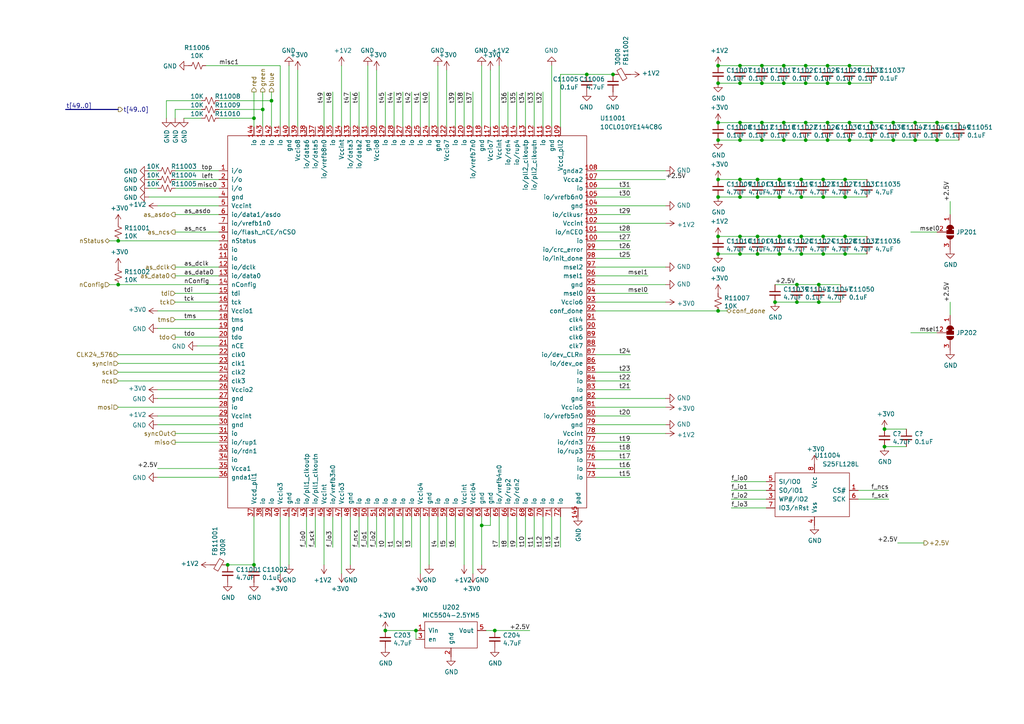
<source format=kicad_sch>
(kicad_sch (version 20230121) (generator eeschema)
  (paper "A4")
  (junction (at 220.98 35.56))
  (junction (at 226.06 52.07))
  (junction (at 238.76 52.07))
  (junction (at 220.98 24.13))
  (junction (at 246.38 24.13))
  (junction (at 245.11 73.66))
  (junction (at 76.2 31.75))
  (junction (at 232.41 73.66))
  (junction (at 214.63 40.64))
  (junction (at 214.63 24.13))
  (junction (at 259.08 40.64))
  (junction (at 246.38 40.64))
  (junction (at 219.71 73.66))
  (junction (at 252.73 40.64))
  (junction (at 237.49 87.63))
  (junction (at 139.7 152.4))
  (junction (at 208.28 19.05))
  (junction (at 256.54 129.54))
  (junction (at 233.68 19.05))
  (junction (at 226.06 68.58))
  (junction (at 245.11 57.15))
  (junction (at 111.76 182.88))
  (junction (at 219.71 52.07))
  (junction (at 214.63 57.15))
  (junction (at 208.28 52.07))
  (junction (at 224.79 87.63))
  (junction (at 265.43 35.56))
  (junction (at 252.73 35.56))
  (junction (at 219.71 68.58))
  (junction (at 246.38 19.05))
  (junction (at 208.28 73.66))
  (junction (at 208.28 40.64))
  (junction (at 220.98 40.64))
  (junction (at 227.33 24.13))
  (junction (at 214.63 68.58))
  (junction (at 66.04 163.83))
  (junction (at 240.03 40.64))
  (junction (at 214.63 35.56))
  (junction (at 227.33 35.56))
  (junction (at 233.68 24.13))
  (junction (at 238.76 73.66))
  (junction (at 246.38 35.56))
  (junction (at 214.63 73.66))
  (junction (at 208.28 90.17))
  (junction (at 177.8 21.59))
  (junction (at 232.41 68.58))
  (junction (at 245.11 68.58))
  (junction (at 240.03 35.56))
  (junction (at 271.78 35.56))
  (junction (at 170.18 21.59))
  (junction (at 271.78 40.64))
  (junction (at 238.76 57.15))
  (junction (at 73.66 163.83))
  (junction (at 226.06 57.15))
  (junction (at 208.28 35.56))
  (junction (at 214.63 52.07))
  (junction (at 231.14 87.63))
  (junction (at 143.51 182.88))
  (junction (at 120.65 182.88))
  (junction (at 240.03 19.05))
  (junction (at 245.11 52.07))
  (junction (at 227.33 40.64))
  (junction (at 34.29 69.85))
  (junction (at 208.28 24.13))
  (junction (at 208.28 57.15))
  (junction (at 256.54 124.46))
  (junction (at 220.98 19.05))
  (junction (at 238.76 68.58))
  (junction (at 78.74 29.21))
  (junction (at 214.63 19.05))
  (junction (at 208.28 68.58))
  (junction (at 240.03 24.13))
  (junction (at 226.06 73.66))
  (junction (at 265.43 40.64))
  (junction (at 237.49 82.55))
  (junction (at 231.14 82.55))
  (junction (at 233.68 40.64))
  (junction (at 219.71 57.15))
  (junction (at 227.33 19.05))
  (junction (at 232.41 52.07))
  (junction (at 232.41 57.15))
  (junction (at 34.29 82.55))
  (junction (at 233.68 35.56))
  (junction (at 259.08 35.56))
  (junction (at 73.66 34.29))
  (wire (pts (xy 231.14 82.55) (xy 237.49 82.55)))
  (wire (pts (xy 172.72 102.87) (xy 182.88 102.87)))
  (wire (pts (xy 140.97 182.88) (xy 143.51 182.88)))
  (wire (pts (xy 132.08 149.86) (xy 132.08 158.75)))
  (wire (pts (xy 63.5 123.19) (xy 45.72 123.19)))
  (bus (pts (xy 34.29 31.75) (xy 19.05 31.75)))
  (wire (pts (xy 222.25 142.24) (xy 212.09 142.24)))
  (wire (pts (xy 172.72 135.89) (xy 182.88 135.89)))
  (wire (pts (xy 129.54 149.86) (xy 129.54 158.75)))
  (wire (pts (xy 143.51 182.88) (xy 153.67 182.88)))
  (wire (pts (xy 106.68 19.05) (xy 106.68 36.83)))
  (wire (pts (xy 96.52 149.86) (xy 96.52 158.75)))
  (wire (pts (xy 233.68 24.13) (xy 240.03 24.13)))
  (wire (pts (xy 238.76 73.66) (xy 245.11 73.66)))
  (wire (pts (xy 99.06 19.05) (xy 99.06 36.83)))
  (wire (pts (xy 219.71 73.66) (xy 226.06 73.66)))
  (wire (pts (xy 63.5 49.53) (xy 50.8 49.53)))
  (wire (pts (xy 267.97 157.48) (xy 260.35 157.48)))
  (wire (pts (xy 264.16 96.52) (xy 271.78 96.52)))
  (wire (pts (xy 193.04 52.07) (xy 172.72 52.07)))
  (wire (pts (xy 172.72 74.93) (xy 182.88 74.93)))
  (wire (pts (xy 256.54 124.46) (xy 262.89 124.46)))
  (wire (pts (xy 58.42 31.75) (xy 50.8 31.75)))
  (wire (pts (xy 238.76 57.15) (xy 245.11 57.15)))
  (wire (pts (xy 220.98 19.05) (xy 227.33 19.05)))
  (wire (pts (xy 214.63 24.13) (xy 220.98 24.13)))
  (wire (pts (xy 93.98 149.86) (xy 93.98 163.83)))
  (wire (pts (xy 63.5 29.21) (xy 78.74 29.21)))
  (wire (pts (xy 245.11 52.07) (xy 238.76 52.07)))
  (wire (pts (xy 172.72 59.69) (xy 193.04 59.69)))
  (wire (pts (xy 162.56 21.59) (xy 170.18 21.59)))
  (wire (pts (xy 73.66 36.83) (xy 73.66 34.29)))
  (wire (pts (xy 63.5 115.57) (xy 45.72 115.57)))
  (wire (pts (xy 48.26 29.21) (xy 48.26 34.29)))
  (wire (pts (xy 172.72 85.09) (xy 187.96 85.09)))
  (wire (pts (xy 246.38 24.13) (xy 252.73 24.13)))
  (wire (pts (xy 172.72 87.63) (xy 193.04 87.63)))
  (wire (pts (xy 45.72 113.03) (xy 63.5 113.03)))
  (wire (pts (xy 83.82 19.05) (xy 83.82 36.83)))
  (wire (pts (xy 73.66 34.29) (xy 73.66 26.67)))
  (wire (pts (xy 224.79 82.55) (xy 231.14 82.55)))
  (wire (pts (xy 142.24 149.86) (xy 142.24 152.4)))
  (wire (pts (xy 34.29 69.85) (xy 31.75 69.85)))
  (wire (pts (xy 43.18 52.07) (xy 45.72 52.07)))
  (wire (pts (xy 121.92 26.67) (xy 121.92 36.83)))
  (wire (pts (xy 252.73 40.64) (xy 259.08 40.64)))
  (wire (pts (xy 73.66 149.86) (xy 73.66 163.83)))
  (wire (pts (xy 147.32 149.86) (xy 147.32 158.75)))
  (wire (pts (xy 172.72 130.81) (xy 182.88 130.81)))
  (wire (pts (xy 214.63 73.66) (xy 219.71 73.66)))
  (wire (pts (xy 81.28 149.86) (xy 81.28 166.37)))
  (wire (pts (xy 142.24 20.32) (xy 142.24 36.83)))
  (wire (pts (xy 208.28 73.66) (xy 214.63 73.66)))
  (wire (pts (xy 233.68 35.56) (xy 240.03 35.56)))
  (wire (pts (xy 162.56 149.86) (xy 162.56 158.75)))
  (wire (pts (xy 120.65 182.88) (xy 111.76 182.88)))
  (wire (pts (xy 275.59 91.44) (xy 275.59 87.63)))
  (wire (pts (xy 139.7 149.86) (xy 139.7 152.4)))
  (wire (pts (xy 238.76 52.07) (xy 232.41 52.07)))
  (wire (pts (xy 45.72 135.89) (xy 63.5 135.89)))
  (wire (pts (xy 246.38 19.05) (xy 252.73 19.05)))
  (wire (pts (xy 219.71 57.15) (xy 226.06 57.15)))
  (wire (pts (xy 172.72 67.31) (xy 182.88 67.31)))
  (wire (pts (xy 119.38 36.83) (xy 119.38 26.67)))
  (wire (pts (xy 78.74 26.67) (xy 78.74 29.21)))
  (wire (pts (xy 208.28 19.05) (xy 214.63 19.05)))
  (wire (pts (xy 227.33 35.56) (xy 233.68 35.56)))
  (wire (pts (xy 214.63 68.58) (xy 219.71 68.58)))
  (wire (pts (xy 134.62 149.86) (xy 134.62 163.83)))
  (wire (pts (xy 182.88 138.43) (xy 172.72 138.43)))
  (wire (pts (xy 139.7 163.83) (xy 139.7 152.4)))
  (wire (pts (xy 121.92 149.86) (xy 121.92 166.37)))
  (wire (pts (xy 193.04 123.19) (xy 172.72 123.19)))
  (wire (pts (xy 109.22 149.86) (xy 109.22 158.75)))
  (wire (pts (xy 214.63 57.15) (xy 219.71 57.15)))
  (wire (pts (xy 157.48 149.86) (xy 157.48 158.75)))
  (wire (pts (xy 86.36 20.32) (xy 86.36 36.83)))
  (wire (pts (xy 111.76 36.83) (xy 111.76 26.67)))
  (wire (pts (xy 127 149.86) (xy 127 158.75)))
  (wire (pts (xy 265.43 40.64) (xy 271.78 40.64)))
  (wire (pts (xy 172.72 113.03) (xy 182.88 113.03)))
  (wire (pts (xy 246.38 35.56) (xy 252.73 35.56)))
  (wire (pts (xy 214.63 35.56) (xy 220.98 35.56)))
  (wire (pts (xy 124.46 149.86) (xy 124.46 163.83)))
  (wire (pts (xy 172.72 110.49) (xy 182.88 110.49)))
  (wire (pts (xy 172.72 128.27) (xy 182.88 128.27)))
  (wire (pts (xy 246.38 40.64) (xy 252.73 40.64)))
  (wire (pts (xy 63.5 77.47) (xy 50.8 77.47)))
  (wire (pts (xy 222.25 147.32) (xy 212.09 147.32)))
  (wire (pts (xy 172.72 107.95) (xy 182.88 107.95)))
  (wire (pts (xy 172.72 133.35) (xy 182.88 133.35)))
  (wire (pts (xy 219.71 68.58) (xy 226.06 68.58)))
  (wire (pts (xy 43.18 57.15) (xy 63.5 57.15)))
  (wire (pts (xy 109.22 20.32) (xy 109.22 36.83)))
  (wire (pts (xy 271.78 35.56) (xy 278.13 35.56)))
  (wire (pts (xy 152.4 36.83) (xy 152.4 26.67)))
  (wire (pts (xy 227.33 24.13) (xy 233.68 24.13)))
  (wire (pts (xy 63.5 107.95) (xy 34.29 107.95)))
  (wire (pts (xy 226.06 68.58) (xy 232.41 68.58)))
  (wire (pts (xy 208.28 24.13) (xy 214.63 24.13)))
  (wire (pts (xy 227.33 40.64) (xy 233.68 40.64)))
  (wire (pts (xy 152.4 149.86) (xy 152.4 158.75)))
  (wire (pts (xy 245.11 73.66) (xy 251.46 73.66)))
  (wire (pts (xy 220.98 35.56) (xy 227.33 35.56)))
  (wire (pts (xy 63.5 80.01) (xy 50.8 80.01)))
  (wire (pts (xy 208.28 90.17) (xy 210.82 90.17)))
  (wire (pts (xy 127 19.05) (xy 127 36.83)))
  (wire (pts (xy 63.5 62.23) (xy 50.8 62.23)))
  (wire (pts (xy 137.16 149.86) (xy 137.16 166.37)))
  (wire (pts (xy 116.84 36.83) (xy 116.84 26.67)))
  (wire (pts (xy 63.5 67.31) (xy 50.8 67.31)))
  (wire (pts (xy 233.68 19.05) (xy 240.03 19.05)))
  (wire (pts (xy 63.5 85.09) (xy 50.8 85.09)))
  (wire (pts (xy 220.98 40.64) (xy 227.33 40.64)))
  (wire (pts (xy 63.5 59.69) (xy 45.72 59.69)))
  (wire (pts (xy 63.5 128.27) (xy 50.8 128.27)))
  (wire (pts (xy 219.71 52.07) (xy 214.63 52.07)))
  (wire (pts (xy 50.8 31.75) (xy 50.8 34.29)))
  (wire (pts (xy 172.72 72.39) (xy 182.88 72.39)))
  (wire (pts (xy 240.03 24.13) (xy 246.38 24.13)))
  (wire (pts (xy 154.94 36.83) (xy 154.94 26.67)))
  (wire (pts (xy 59.69 19.05) (xy 81.28 19.05)))
  (wire (pts (xy 63.5 125.73) (xy 50.8 125.73)))
  (wire (pts (xy 119.38 149.86) (xy 119.38 158.75)))
  (wire (pts (xy 93.98 36.83) (xy 93.98 26.67)))
  (wire (pts (xy 144.78 149.86) (xy 144.78 158.75)))
  (wire (pts (xy 157.48 36.83) (xy 157.48 26.67)))
  (wire (pts (xy 162.56 36.83) (xy 162.56 21.59)))
  (wire (pts (xy 83.82 149.86) (xy 83.82 163.83)))
  (wire (pts (xy 149.86 36.83) (xy 149.86 26.67)))
  (wire (pts (xy 63.5 31.75) (xy 76.2 31.75)))
  (wire (pts (xy 104.14 149.86) (xy 104.14 158.75)))
  (wire (pts (xy 222.25 144.78) (xy 212.09 144.78)))
  (wire (pts (xy 63.5 87.63) (xy 50.8 87.63)))
  (wire (pts (xy 78.74 29.21) (xy 78.74 36.83)))
  (wire (pts (xy 129.54 20.32) (xy 129.54 36.83)))
  (wire (pts (xy 139.7 19.05) (xy 139.7 36.83)))
  (wire (pts (xy 142.24 152.4) (xy 139.7 152.4)))
  (wire (pts (xy 208.28 40.64) (xy 214.63 40.64)))
  (wire (pts (xy 172.72 54.61) (xy 182.88 54.61)))
  (wire (pts (xy 114.3 36.83) (xy 114.3 26.67)))
  (wire (pts (xy 226.06 57.15) (xy 232.41 57.15)))
  (wire (pts (xy 172.72 120.65) (xy 182.88 120.65)))
  (wire (pts (xy 104.14 36.83) (xy 104.14 26.67)))
  (wire (pts (xy 240.03 19.05) (xy 246.38 19.05)))
  (wire (pts (xy 172.72 57.15) (xy 182.88 57.15)))
  (wire (pts (xy 101.6 149.86) (xy 101.6 163.83)))
  (wire (pts (xy 193.04 115.57) (xy 172.72 115.57)))
  (wire (pts (xy 233.68 40.64) (xy 240.03 40.64)))
  (wire (pts (xy 63.5 92.71) (xy 50.8 92.71)))
  (wire (pts (xy 137.16 36.83) (xy 137.16 26.67)))
  (wire (pts (xy 232.41 73.66) (xy 238.76 73.66)))
  (wire (pts (xy 257.81 144.78) (xy 248.92 144.78)))
  (wire (pts (xy 63.5 97.79) (xy 50.8 97.79)))
  (wire (pts (xy 134.62 36.83) (xy 134.62 26.67)))
  (wire (pts (xy 154.94 149.86) (xy 154.94 158.75)))
  (wire (pts (xy 88.9 149.86) (xy 88.9 158.75)))
  (wire (pts (xy 214.63 52.07) (xy 208.28 52.07)))
  (wire (pts (xy 214.63 40.64) (xy 220.98 40.64)))
  (wire (pts (xy 245.11 57.15) (xy 251.46 57.15)))
  (wire (pts (xy 34.29 82.55) (xy 63.5 82.55)))
  (wire (pts (xy 240.03 35.56) (xy 246.38 35.56)))
  (wire (pts (xy 193.04 82.55) (xy 172.72 82.55)))
  (wire (pts (xy 240.03 40.64) (xy 246.38 40.64)))
  (wire (pts (xy 214.63 19.05) (xy 220.98 19.05)))
  (wire (pts (xy 43.18 49.53) (xy 45.72 49.53)))
  (wire (pts (xy 111.76 149.86) (xy 111.76 158.75)))
  (wire (pts (xy 101.6 36.83) (xy 101.6 26.67)))
  (wire (pts (xy 66.04 163.83) (xy 73.66 163.83)))
  (wire (pts (xy 220.98 24.13) (xy 227.33 24.13)))
  (wire (pts (xy 58.42 34.29) (xy 53.34 34.29)))
  (wire (pts (xy 177.8 21.59) (xy 170.18 21.59)))
  (wire (pts (xy 172.72 125.73) (xy 193.04 125.73)))
  (wire (pts (xy 251.46 52.07) (xy 245.11 52.07)))
  (wire (pts (xy 144.78 19.05) (xy 144.78 36.83)))
  (wire (pts (xy 252.73 35.56) (xy 259.08 35.56)))
  (wire (pts (xy 172.72 64.77) (xy 193.04 64.77)))
  (wire (pts (xy 172.72 90.17) (xy 208.28 90.17)))
  (wire (pts (xy 63.5 54.61) (xy 50.8 54.61)))
  (wire (pts (xy 226.06 52.07) (xy 219.71 52.07)))
  (wire (pts (xy 120.65 185.42) (xy 120.65 182.88)))
  (wire (pts (xy 106.68 149.86) (xy 106.68 158.75)))
  (wire (pts (xy 227.33 19.05) (xy 233.68 19.05)))
  (wire (pts (xy 193.04 77.47) (xy 172.72 77.47)))
  (wire (pts (xy 76.2 31.75) (xy 76.2 26.67)))
  (wire (pts (xy 58.42 29.21) (xy 48.26 29.21)))
  (wire (pts (xy 99.06 149.86) (xy 99.06 166.37)))
  (wire (pts (xy 224.79 87.63) (xy 231.14 87.63)))
  (wire (pts (xy 63.5 95.25) (xy 45.72 95.25)))
  (wire (pts (xy 248.92 142.24) (xy 257.81 142.24)))
  (wire (pts (xy 124.46 36.83) (xy 124.46 26.67)))
  (wire (pts (xy 76.2 36.83) (xy 76.2 31.75)))
  (wire (pts (xy 34.29 102.87) (xy 63.5 102.87)))
  (wire (pts (xy 237.49 87.63) (xy 243.84 87.63)))
  (wire (pts (xy 91.44 149.86) (xy 91.44 158.75)))
  (wire (pts (xy 57.15 100.33) (xy 63.5 100.33)))
  (wire (pts (xy 208.28 68.58) (xy 214.63 68.58)))
  (wire (pts (xy 208.28 35.56) (xy 214.63 35.56)))
  (wire (pts (xy 232.41 57.15) (xy 238.76 57.15)))
  (wire (pts (xy 34.29 110.49) (xy 63.5 110.49)))
  (wire (pts (xy 245.11 68.58) (xy 251.46 68.58)))
  (wire (pts (xy 114.3 149.86) (xy 114.3 158.75)))
  (wire (pts (xy 264.16 67.31) (xy 271.78 67.31)))
  (wire (pts (xy 63.5 34.29) (xy 73.66 34.29)))
  (wire (pts (xy 63.5 138.43) (xy 45.72 138.43)))
  (wire (pts (xy 275.59 62.23) (xy 275.59 58.42)))
  (wire (pts (xy 232.41 52.07) (xy 226.06 52.07)))
  (wire (pts (xy 149.86 149.86) (xy 149.86 158.75)))
  (wire (pts (xy 34.29 69.85) (xy 63.5 69.85)))
  (wire (pts (xy 237.49 82.55) (xy 243.84 82.55)))
  (wire (pts (xy 172.72 49.53) (xy 193.04 49.53)))
  (wire (pts (xy 147.32 26.67) (xy 147.32 36.83)))
  (wire (pts (xy 232.41 68.58) (xy 238.76 68.58)))
  (wire (pts (xy 231.14 87.63) (xy 237.49 87.63)))
  (wire (pts (xy 238.76 68.58) (xy 245.11 68.58)))
  (wire (pts (xy 265.43 35.56) (xy 271.78 35.56)))
  (wire (pts (xy 63.5 52.07) (xy 50.8 52.07)))
  (wire (pts (xy 45.72 90.17) (xy 63.5 90.17)))
  (wire (pts (xy 222.25 139.7) (xy 212.09 139.7)))
  (wire (pts (xy 259.08 35.56) (xy 265.43 35.56)))
  (wire (pts (xy 81.28 19.05) (xy 81.28 36.83)))
  (wire (pts (xy 256.54 129.54) (xy 262.89 129.54)))
  (wire (pts (xy 208.28 57.15) (xy 214.63 57.15)))
  (wire (pts (xy 45.72 120.65) (xy 63.5 120.65)))
  (wire (pts (xy 96.52 36.83) (xy 96.52 26.67)))
  (wire (pts (xy 132.08 36.83) (xy 132.08 26.67)))
  (wire (pts (xy 160.02 19.05) (xy 160.02 36.83)))
  (wire (pts (xy 271.78 40.64) (xy 278.13 40.64)))
  (wire (pts (xy 45.72 54.61) (xy 43.18 54.61)))
  (wire (pts (xy 259.08 40.64) (xy 265.43 40.64)))
  (wire (pts (xy 172.72 118.11) (xy 193.04 118.11)))
  (wire (pts (xy 116.84 149.86) (xy 116.84 158.75)))
  (wire (pts (xy 160.02 149.86) (xy 160.02 158.75)))
  (wire (pts (xy 172.72 80.01) (xy 187.96 80.01)))
  (wire (pts (xy 172.72 62.23) (xy 182.88 62.23)))
  (wire (pts (xy 34.29 105.41) (xy 63.5 105.41)))
  (wire (pts (xy 31.75 82.55) (xy 34.29 82.55)))
  (wire (pts (xy 172.72 69.85) (xy 182.88 69.85)))
  (wire (pts (xy 34.29 118.11) (xy 63.5 118.11)))
  (wire (pts (xy 226.06 73.66) (xy 232.41 73.66)))
  (label "msel0" (at 266.7 67.31 0))
  (label "msel0" (at 187.96 85.09 180))
  (label "msel1" (at 266.7 96.52 0))
  (label "+2.5V" (at 275.59 58.42 90))
  (label "t48" (at 96.52 26.67 270))
  (label "t22" (at 182.88 110.49 180))
  (label "t[49..0]" (at 26.67 31.75 180))
  (label "+2.5V" (at 224.79 82.55 0))
  (label "t34" (at 152.4 26.67 270))
  (label "t20" (at 182.88 120.65 180))
  (label "t10" (at 152.4 158.75 90))
  (label "as_ncs" (at 53.34 67.31 0))
  (label "f_io2" (at 212.09 144.78 0))
  (label "+2.5V" (at 275.59 87.63 90))
  (label "t45" (at 111.76 26.67 270))
  (label "+2.5V" (at 45.72 135.89 180))
  (label "t18" (at 182.88 130.81 180))
  (label "top" (at 58.42 49.53 0))
  (label "+2.5V" (at 193.04 52.07 0))
  (label "left" (at 58.42 52.07 0))
  (label "t7" (at 144.78 158.75 90))
  (label "nConfig" (at 53.34 82.55 0))
  (label "t13" (at 160.02 158.75 90))
  (label "t41" (at 121.92 26.67 270))
  (label "t37" (at 137.16 26.67 270))
  (label "as_asdo" (at 53.34 62.23 0))
  (label "t9" (at 149.86 158.75 90))
  (label "t33" (at 154.94 26.67 270))
  (label "f_sck" (at 257.81 144.78 180))
  (label "misc1" (at 63.5 19.05 0))
  (label "as_dclk" (at 53.34 77.47 0))
  (label "f_io0" (at 88.9 158.75 90))
  (label "t1" (at 114.3 158.75 90))
  (label "t49" (at 93.98 26.67 270))
  (label "t40" (at 124.46 26.67 270))
  (label "as_data0" (at 53.34 80.01 0))
  (label "t0" (at 111.76 158.75 90))
  (label "t47" (at 101.6 26.67 270))
  (label "f_io1" (at 106.68 158.75 90))
  (label "f_io0" (at 212.09 139.7 0))
  (label "tms" (at 53.34 92.71 0))
  (label "f_ncs" (at 257.81 142.24 180))
  (label "t8" (at 147.32 158.75 90))
  (label "t26" (at 182.88 72.39 180))
  (label "t31" (at 182.88 54.61 180))
  (label "t46" (at 104.14 26.67 270))
  (label "t38" (at 134.62 26.67 270))
  (label "t4" (at 127 158.75 90))
  (label "t27" (at 182.88 69.85 180))
  (label "t30" (at 182.88 57.15 180))
  (label "f_io1" (at 212.09 142.24 0))
  (label "t11" (at 154.94 158.75 90))
  (label "t42" (at 119.38 26.67 270))
  (label "t6" (at 132.08 158.75 90))
  (label "t2" (at 116.84 158.75 90))
  (label "t28" (at 182.88 67.31 180))
  (label "t32" (at 157.48 26.67 270))
  (label "f_io3" (at 212.09 147.32 0))
  (label "t35" (at 149.86 26.67 270))
  (label "t36" (at 147.32 26.67 270))
  (label "tdi" (at 53.34 85.09 0))
  (label "t3" (at 119.38 158.75 90))
  (label "tdo" (at 53.34 97.79 0))
  (label "misc0" (at 57.15 54.61 0))
  (label "+2.5V" (at 153.67 182.88 180))
  (label "t43" (at 116.84 26.67 270))
  (label "tck" (at 53.34 87.63 0))
  (label "t39" (at 132.08 26.67 270))
  (label "t12" (at 157.48 158.75 90))
  (label "t5" (at 129.54 158.75 90))
  (label "t21" (at 182.88 113.03 180))
  (label "t44" (at 114.3 26.67 270))
  (label "msel1" (at 187.96 80.01 180))
  (label "t25" (at 182.88 74.93 180))
  (label "t19" (at 182.88 128.27 180))
  (label "f_sck" (at 91.44 158.75 90))
  (label "t17" (at 182.88 133.35 180))
  (label "t24" (at 182.88 102.87 180))
  (label "t15" (at 182.88 138.43 180))
  (label "f_io3" (at 96.52 158.75 90))
  (label "f_ncs" (at 104.14 158.75 90))
  (label "+2.5V" (at 260.35 157.48 180))
  (label "f_io2" (at 109.22 158.75 90))
  (label "t14" (at 162.56 158.75 90))
  (label "t16" (at 182.88 135.89 180))
  (label "t29" (at 182.88 62.23 180))
  (label "t23" (at 182.88 107.95 180))
  (hierarchical_label "tms" (shape input) (at 50.8 92.71 180))
  (hierarchical_label "sck" (shape input) (at 34.29 107.95 180))
  (hierarchical_label "+2.5V" (shape output) (at 267.97 157.48 0))
  (hierarchical_label "nStatus" (shape bidirectional) (at 31.75 69.85 180))
  (hierarchical_label "miso" (shape output) (at 50.8 128.27 180))
  (hierarchical_label "as_ncs" (shape output) (at 50.8 67.31 180))
  (hierarchical_label "CLK24_576" (shape input) (at 34.29 102.87 180))
  (hierarchical_label "as_asdo" (shape output) (at 50.8 62.23 180))
  (hierarchical_label "green" (shape output) (at 76.2 26.67 90))
  (hierarchical_label "mosi" (shape input) (at 34.29 118.11 180))
  (hierarchical_label "tdo" (shape output) (at 50.8 97.79 180))
  (hierarchical_label "tck" (shape input) (at 50.8 87.63 180))
  (hierarchical_label "as_dclk" (shape output) (at 50.8 77.47 180))
  (hierarchical_label "as_data0" (shape output) (at 50.8 80.01 180))
  (hierarchical_label "red" (shape output) (at 73.66 26.67 90))
  (hierarchical_label "ncs" (shape input) (at 34.29 110.49 180))
  (hierarchical_label "nConfig" (shape input) (at 31.75 82.55 180))
  (hierarchical_label "blue" (shape output) (at 78.74 26.67 90))
  (hierarchical_label "tdi" (shape input) (at 50.8 85.09 180))
  (hierarchical_label "conf_done" (shape bidirectional) (at 210.82 90.17 0))
  (hierarchical_label "syncOut" (shape output) (at 50.8 125.73 180))
  (hierarchical_label "t[49..0]" (shape output) (at 34.29 31.75 0))
  (hierarchical_label "syncIn" (shape input) (at 34.29 105.41 180))
  (symbol (lib_id "power:GND") (at 45.72 138.43 270) (unit 1)
    (property "Reference" "#PWR011014" (effects hide))
    (property "Value" "GND" (at 42.4688 138.557 90) (effects (justify right)))
    (instances (project "floater" (path "" (reference "#PWR011014") (unit 1)) (path "" (reference "#PWR0214") (unit 1))))
  )
  (symbol (lib_id "power:GND") (at 45.72 123.19 270) (unit 1)
    (property "Reference" "#PWR011013" (effects hide))
    (property "Value" "GND" (at 42.4688 123.317 90) (effects (justify right)))
    (instances (project "floater" (path "" (reference "#PWR011013") (unit 1)) (path "" (reference "#PWR0213") (unit 1))))
  )
  (symbol (lib_id "power:GND") (at 45.72 115.57 270) (unit 1)
    (property "Reference" "#PWR011011" (effects hide))
    (property "Value" "GND" (at 42.4688 115.697 90) (effects (justify right)))
    (instances (project "floater" (path "" (reference "#PWR011011") (unit 1)) (path "" (reference "#PWR0211") (unit 1))))
  )
  (symbol (lib_id "power:GND") (at 83.82 163.83 0) (unit 1)
    (property "Reference" "#PWR011022" (effects hide))
    (property "Value" "GND" (at 83.947 168.2242 0))
    (instances (project "floater" (path "" (reference "#PWR011022") (unit 1)) (path "" (reference "#PWR0222") (unit 1))))
  )
  (symbol (lib_id "power:GND") (at 101.6 163.83 0) (unit 1)
    (property "Reference" "#PWR011027" (effects hide))
    (property "Value" "GND" (at 101.727 168.2242 0))
    (instances (project "floater" (path "" (reference "#PWR011027") (unit 1)) (path "" (reference "#PWR0227") (unit 1))))
  )
  (symbol (lib_id "power:GND") (at 124.46 163.83 0) (unit 1)
    (property "Reference" "#PWR011033" (effects hide))
    (property "Value" "GND" (at 124.587 168.2242 0))
    (instances (project "floater" (path "" (reference "#PWR011033") (unit 1)) (path "" (reference "#PWR0233") (unit 1))))
  )
  (symbol (lib_id "power:GND") (at 139.7 163.83 0) (unit 1)
    (property "Reference" "#PWR011040" (effects hide))
    (property "Value" "GND" (at 139.827 168.2242 0))
    (instances (project "floater" (path "" (reference "#PWR011040") (unit 1)) (path "" (reference "#PWR0240") (unit 1))))
  )
  (symbol (lib_id "power:GND") (at 193.04 123.19 90) (unit 1)
    (property "Reference" "#PWR011057" (effects hide))
    (property "Value" "GND" (at 196.2912 123.063 90) (effects (justify right)))
    (instances (project "floater" (path "" (reference "#PWR011057") (unit 1)) (path "" (reference "#PWR0257") (unit 1))))
  )
  (symbol (lib_id "power:GND") (at 193.04 115.57 90) (unit 1)
    (property "Reference" "#PWR011055" (effects hide))
    (property "Value" "GND" (at 196.2912 115.443 90) (effects (justify right)))
    (instances (project "floater" (path "" (reference "#PWR011055") (unit 1)) (path "" (reference "#PWR0255") (unit 1))))
  )
  (symbol (lib_id "power:GND") (at 193.04 59.69 90) (unit 1)
    (property "Reference" "#PWR011050" (effects hide))
    (property "Value" "GND" (at 196.2912 59.563 90) (effects (justify right)))
    (instances (project "floater" (path "" (reference "#PWR011050") (unit 1)) (path "" (reference "#PWR0250") (unit 1))))
  )
  (symbol (lib_id "power:GND") (at 193.04 49.53 90) (unit 1)
    (property "Reference" "#PWR011049" (effects hide))
    (property "Value" "GND" (at 196.2912 49.403 90) (effects (justify right)))
    (instances (project "floater" (path "" (reference "#PWR011049") (unit 1)) (path "" (reference "#PWR0249") (unit 1))))
  )
  (symbol (lib_id "power:GND") (at 43.18 57.15 270) (unit 1)
    (property "Reference" "#PWR011006" (effects hide))
    (property "Value" "GND" (at 39.9288 57.277 90) (effects (justify right)))
    (instances (project "floater" (path "" (reference "#PWR011006") (unit 1)) (path "" (reference "#PWR0206") (unit 1))))
  )
  (symbol (lib_id "power:GND") (at 45.72 95.25 270) (unit 1)
    (property "Reference" "#PWR011009" (effects hide))
    (property "Value" "GND" (at 42.4688 95.377 90) (effects (justify right)))
    (instances (project "floater" (path "" (reference "#PWR011009") (unit 1)) (path "" (reference "#PWR0209") (unit 1))))
  )
  (symbol (lib_id "power:+1V2") (at 45.72 59.69 90) (unit 1)
    (property "Reference" "#PWR011007" (effects hide))
    (property "Value" "+1V2" (at 42.4688 59.309 90) (effects (justify left)))
    (instances (project "floater" (path "" (reference "#PWR011007") (unit 1)) (path "" (reference "#PWR0207") (unit 1))))
  )
  (symbol (lib_id "power:+1V2") (at 45.72 120.65 90) (unit 1)
    (property "Reference" "#PWR011012" (effects hide))
    (property "Value" "+1V2" (at 42.4688 120.269 90) (effects (justify left)))
    (instances (project "floater" (path "" (reference "#PWR011012") (unit 1)) (path "" (reference "#PWR0212") (unit 1))))
  )
  (symbol (lib_id "power:+1V2") (at 93.98 163.83 180) (unit 1)
    (property "Reference" "#PWR011024" (effects hide))
    (property "Value" "+1V2" (at 93.599 168.2242 0))
    (instances (project "floater" (path "" (reference "#PWR011024") (unit 1)) (path "" (reference "#PWR0224") (unit 1))))
  )
  (symbol (lib_id "power:+1V2") (at 134.62 163.83 180) (unit 1)
    (property "Reference" "#PWR011037" (effects hide))
    (property "Value" "+1V2" (at 134.239 168.2242 0))
    (instances (project "floater" (path "" (reference "#PWR011037") (unit 1)) (path "" (reference "#PWR0237") (unit 1))))
  )
  (symbol (lib_id "power:+1V2") (at 193.04 125.73 270) (unit 1)
    (property "Reference" "#PWR011058" (effects hide))
    (property "Value" "+1V2" (at 196.2912 126.111 90) (effects (justify left)))
    (instances (project "floater" (path "" (reference "#PWR011058") (unit 1)) (path "" (reference "#PWR0258") (unit 1))))
  )
  (symbol (lib_id "power:+1V2") (at 193.04 64.77 270) (unit 1)
    (property "Reference" "#PWR011051" (effects hide))
    (property "Value" "+1V2" (at 196.2912 65.151 90) (effects (justify left)))
    (instances (project "floater" (path "" (reference "#PWR011051") (unit 1)) (path "" (reference "#PWR0251") (unit 1))))
  )
  (symbol (lib_id "power:+3V0") (at 45.72 90.17 90) (unit 1)
    (property "Reference" "#PWR011008" (effects hide))
    (property "Value" "+3V0" (at 42.4688 89.789 90) (effects (justify left)))
    (instances (project "floater" (path "" (reference "#PWR011008") (unit 1)) (path "" (reference "#PWR0208") (unit 1))))
  )
  (symbol (lib_id "power:+3V0") (at 45.72 113.03 90) (unit 1)
    (property "Reference" "#PWR011010" (effects hide))
    (property "Value" "+3V0" (at 42.4688 112.649 90) (effects (justify left)))
    (instances (project "floater" (path "" (reference "#PWR011010") (unit 1)) (path "" (reference "#PWR0210") (unit 1))))
  )
  (symbol (lib_id "power:+3V0") (at 81.28 166.37 180) (unit 1)
    (property "Reference" "#PWR011020" (effects hide))
    (property "Value" "+3V0" (at 80.899 170.7642 0))
    (instances (project "floater" (path "" (reference "#PWR011020") (unit 1)) (path "" (reference "#PWR0220") (unit 1))))
  )
  (symbol (lib_id "power:+3V0") (at 99.06 166.37 180) (unit 1)
    (property "Reference" "#PWR011026" (effects hide))
    (property "Value" "+3V0" (at 98.679 170.7642 0))
    (instances (project "floater" (path "" (reference "#PWR011026") (unit 1)) (path "" (reference "#PWR0226") (unit 1))))
  )
  (symbol (lib_id "power:+3V0") (at 121.92 166.37 180) (unit 1)
    (property "Reference" "#PWR011032" (effects hide))
    (property "Value" "+3V0" (at 121.539 170.7642 0))
    (instances (project "floater" (path "" (reference "#PWR011032") (unit 1)) (path "" (reference "#PWR0232") (unit 1))))
  )
  (symbol (lib_id "power:+3V0") (at 137.16 166.37 180) (unit 1)
    (property "Reference" "#PWR011038" (effects hide))
    (property "Value" "+3V0" (at 136.779 170.7642 0))
    (instances (project "floater" (path "" (reference "#PWR011038") (unit 1)) (path "" (reference "#PWR0238") (unit 1))))
  )
  (symbol (lib_id "power:+3V0") (at 193.04 118.11 270) (unit 1)
    (property "Reference" "#PWR011056" (effects hide))
    (property "Value" "+3V0" (at 196.2912 118.491 90) (effects (justify left)))
    (instances (project "floater" (path "" (reference "#PWR011056") (unit 1)) (path "" (reference "#PWR0256") (unit 1))))
  )
  (symbol (lib_id "power:+1V2") (at 60.96 163.83 90) (unit 1)
    (property "Reference" "#PWR011017" (effects hide))
    (property "Value" "+1V2" (at 57.7088 163.449 90) (effects (justify left)))
    (instances (project "floater" (path "" (reference "#PWR011017") (unit 1)) (path "" (reference "#PWR0217") (unit 1))))
  )
  (symbol (lib_id "Device:R_Small_US") (at 208.28 87.63 180) (unit 1)
    (property "Reference" "R11007" (at 210.0072 86.4616 0) (effects (justify right)))
    (property "Value" "10K" (at 210.0072 88.773 0) (effects (justify right)))
    (property "Footprint" "Resistor_SMD:R_0402_1005Metric" (effects hide))
    (property "Datasheet" "541-3958-1-ND" (effects hide))
    (instances (project "floater" (path "" (reference "R11007") (unit 1)) (path "" (reference "R207") (unit 1))))
  )
  (symbol (lib_id "Device:R_Small_US") (at 34.29 67.31 180) (unit 1)
    (property "Reference" "R11001" (at 36.0172 66.1416 0) (effects (justify right)))
    (property "Value" "10K" (at 36.0172 68.453 0) (effects (justify right)))
    (property "Footprint" "Resistor_SMD:R_0402_1005Metric" (effects hide))
    (property "Datasheet" "541-3958-1-ND" (effects hide))
    (instances (project "floater" (path "" (reference "R11001") (unit 1)) (path "" (reference "R201") (unit 1))))
  )
  (symbol (lib_id "power:+3V0") (at 208.28 85.09 0) (unit 1)
    (property "Reference" "#PWR011067" (effects hide))
    (property "Value" "+3V0" (at 208.661 80.6958 0))
    (instances (project "floater" (path "" (reference "#PWR011067") (unit 1)) (path "" (reference "#PWR0267") (unit 1))))
  )
  (symbol (lib_id "power:+3V0") (at 34.29 64.77 0) (unit 1)
    (property "Reference" "#PWR011001" (effects hide))
    (property "Value" "+3V0" (at 34.671 60.3758 0))
    (instances (project "floater" (path "" (reference "#PWR011001") (unit 1)) (path "" (reference "#PWR0201") (unit 1))))
  )
  (symbol (lib_id "power:GND") (at 57.15 100.33 270) (unit 1)
    (property "Reference" "#PWR011016" (effects hide))
    (property "Value" "GND" (at 53.8988 100.457 90) (effects (justify right)))
    (instances (project "floater" (path "" (reference "#PWR011016") (unit 1)) (path "" (reference "#PWR0216") (unit 1))))
  )
  (symbol (lib_id "Device:R_Small_US") (at 34.29 80.01 180) (unit 1)
    (property "Reference" "R11002" (at 36.0172 78.8416 0) (effects (justify right)))
    (property "Value" "10K" (at 36.0172 81.153 0) (effects (justify right)))
    (property "Footprint" "Resistor_SMD:R_0402_1005Metric" (effects hide))
    (property "Datasheet" "541-3958-1-ND" (effects hide))
    (instances (project "floater" (path "" (reference "R11002") (unit 1)) (path "" (reference "R202") (unit 1))))
  )
  (symbol (lib_id "power:+3V0") (at 34.29 77.47 0) (unit 1)
    (property "Reference" "#PWR011002" (effects hide))
    (property "Value" "+3V0" (at 34.671 73.0758 0))
    (instances (project "floater" (path "" (reference "#PWR011002") (unit 1)) (path "" (reference "#PWR0202") (unit 1))))
  )
  (symbol (lib_id "power:+3V0") (at 193.04 87.63 270) (unit 1)
    (property "Reference" "#PWR011054" (effects hide))
    (property "Value" "+3V0" (at 196.2912 88.011 90) (effects (justify left)))
    (instances (project "floater" (path "" (reference "#PWR011054") (unit 1)) (path "" (reference "#PWR0254") (unit 1))))
  )
  (symbol (lib_id "power:GND") (at 193.04 82.55 90) (unit 1)
    (property "Reference" "#PWR011053" (effects hide))
    (property "Value" "GND" (at 196.2912 82.423 90) (effects (justify right)))
    (instances (project "floater" (path "" (reference "#PWR011053") (unit 1)) (path "" (reference "#PWR0253") (unit 1))))
  )
  (symbol (lib_id "power:GND") (at 193.04 77.47 90) (unit 1)
    (property "Reference" "#PWR011052" (effects hide))
    (property "Value" "GND" (at 196.2912 77.343 90) (effects (justify right)))
    (instances (project "floater" (path "" (reference "#PWR011052") (unit 1)) (path "" (reference "#PWR0252") (unit 1))))
  )
  (symbol (lib_id "Device:C_Small") (at 208.28 21.59 0) (unit 1)
    (property "Reference" "C11007" (at 210.6168 20.4216 0) (effects (justify left)))
    (property "Value" "0.1uF" (at 210.6168 22.733 0) (effects (justify left)))
    (property "Footprint" "Capacitor_SMD:C_0402_1005Metric" (effects hide))
    (property "Datasheet" "732-7487-1-ND" (effects hide))
    (instances (project "floater" (path "" (reference "C11007") (unit 1)) (path "" (reference "C207") (unit 1))))
  )
  (symbol (lib_id "Device:C_Small") (at 214.63 21.59 0) (unit 1)
    (property "Reference" "C11011" (at 216.9668 20.4216 0) (effects (justify left)))
    (property "Value" "0.1uF" (at 216.9668 22.733 0) (effects (justify left)))
    (property "Footprint" "Capacitor_SMD:C_0402_1005Metric" (effects hide))
    (property "Datasheet" "732-7487-1-ND" (effects hide))
    (instances (project "floater" (path "" (reference "C11011") (unit 1)) (path "" (reference "C211") (unit 1))))
  )
  (symbol (lib_id "Device:C_Small") (at 220.98 21.59 0) (unit 1)
    (property "Reference" "C11017" (at 223.3168 20.4216 0) (effects (justify left)))
    (property "Value" "0.1uF" (at 223.3168 22.733 0) (effects (justify left)))
    (property "Footprint" "Capacitor_SMD:C_0402_1005Metric" (effects hide))
    (property "Datasheet" "732-7487-1-ND" (effects hide))
    (instances (project "floater" (path "" (reference "C11017") (unit 1)) (path "" (reference "C217") (unit 1))))
  )
  (symbol (lib_id "Device:C_Small") (at 227.33 21.59 0) (unit 1)
    (property "Reference" "C11021" (at 229.6668 20.4216 0) (effects (justify left)))
    (property "Value" "0.1uF" (at 229.6668 22.733 0) (effects (justify left)))
    (property "Footprint" "Capacitor_SMD:C_0402_1005Metric" (effects hide))
    (property "Datasheet" "732-7487-1-ND" (effects hide))
    (instances (project "floater" (path "" (reference "C11021") (unit 1)) (path "" (reference "C221") (unit 1))))
  )
  (symbol (lib_id "Device:C_Small") (at 233.68 21.59 0) (unit 1)
    (property "Reference" "C11025" (at 236.0168 20.4216 0) (effects (justify left)))
    (property "Value" "0.1uF" (at 236.0168 22.733 0) (effects (justify left)))
    (property "Footprint" "Capacitor_SMD:C_0402_1005Metric" (effects hide))
    (property "Datasheet" "732-7487-1-ND" (effects hide))
    (instances (project "floater" (path "" (reference "C11025") (unit 1)) (path "" (reference "C225") (unit 1))))
  )
  (symbol (lib_id "Device:C_Small") (at 240.03 21.59 0) (unit 1)
    (property "Reference" "C11029" (at 242.3668 20.4216 0) (effects (justify left)))
    (property "Value" "0.1uF" (at 242.3668 22.733 0) (effects (justify left)))
    (property "Footprint" "Capacitor_SMD:C_0402_1005Metric" (effects hide))
    (property "Datasheet" "732-7487-1-ND" (effects hide))
    (instances (project "floater" (path "" (reference "C11029") (unit 1)) (path "" (reference "C229") (unit 1))))
  )
  (symbol (lib_id "Device:C_Small") (at 246.38 21.59 0) (unit 1)
    (property "Reference" "C11033" (at 248.7168 20.4216 0) (effects (justify left)))
    (property "Value" "0.1uF" (at 248.7168 22.733 0) (effects (justify left)))
    (property "Footprint" "Capacitor_SMD:C_0402_1005Metric" (effects hide))
    (property "Datasheet" "732-7487-1-ND" (effects hide))
    (instances (project "floater" (path "" (reference "C11033") (unit 1)) (path "" (reference "C233") (unit 1))))
  )
  (symbol (lib_id "Device:C_Small") (at 252.73 21.59 0) (unit 1)
    (property "Reference" "C11037" (at 255.0668 20.4216 0) (effects (justify left)))
    (property "Value" "0.1uF" (at 255.0668 22.733 0) (effects (justify left)))
    (property "Footprint" "Capacitor_SMD:C_0402_1005Metric" (effects hide))
    (property "Datasheet" "732-7487-1-ND" (effects hide))
    (instances (project "floater" (path "" (reference "C11037") (unit 1)) (path "" (reference "C237") (unit 1))))
  )
  (symbol (lib_id "power:GND") (at 208.28 24.13 0) (unit 1)
    (property "Reference" "#PWR011060" (effects hide))
    (property "Value" "GND" (at 208.407 28.5242 0))
    (instances (project "floater" (path "" (reference "#PWR011060") (unit 1)) (path "" (reference "#PWR0260") (unit 1))))
  )
  (symbol (lib_id "power:+1V2") (at 208.28 19.05 0) (unit 1)
    (property "Reference" "#PWR011059" (effects hide))
    (property "Value" "+1V2" (at 208.661 14.6558 0))
    (instances (project "floater" (path "" (reference "#PWR011059") (unit 1)) (path "" (reference "#PWR0259") (unit 1))))
  )
  (symbol (lib_id "Device:C_Small") (at 208.28 38.1 0) (unit 1)
    (property "Reference" "C11008" (at 210.6168 36.9316 0) (effects (justify left)))
    (property "Value" "0.1uF" (at 210.6168 39.243 0) (effects (justify left)))
    (property "Footprint" "Capacitor_SMD:C_0402_1005Metric" (effects hide))
    (property "Datasheet" "732-7487-1-ND" (effects hide))
    (instances (project "floater" (path "" (reference "C11008") (unit 1)) (path "" (reference "C208") (unit 1))))
  )
  (symbol (lib_id "Device:C_Small") (at 214.63 38.1 0) (unit 1)
    (property "Reference" "C11012" (at 216.9668 36.9316 0) (effects (justify left)))
    (property "Value" "0.1uF" (at 216.9668 39.243 0) (effects (justify left)))
    (property "Footprint" "Capacitor_SMD:C_0402_1005Metric" (effects hide))
    (property "Datasheet" "732-7487-1-ND" (effects hide))
    (instances (project "floater" (path "" (reference "C11012") (unit 1)) (path "" (reference "C212") (unit 1))))
  )
  (symbol (lib_id "Device:C_Small") (at 220.98 38.1 0) (unit 1)
    (property "Reference" "C11018" (at 223.3168 36.9316 0) (effects (justify left)))
    (property "Value" "0.1uF" (at 223.3168 39.243 0) (effects (justify left)))
    (property "Footprint" "Capacitor_SMD:C_0402_1005Metric" (effects hide))
    (property "Datasheet" "732-7487-1-ND" (effects hide))
    (instances (project "floater" (path "" (reference "C11018") (unit 1)) (path "" (reference "C218") (unit 1))))
  )
  (symbol (lib_id "Device:C_Small") (at 227.33 38.1 0) (unit 1)
    (property "Reference" "C11022" (at 229.6668 36.9316 0) (effects (justify left)))
    (property "Value" "0.1uF" (at 229.6668 39.243 0) (effects (justify left)))
    (property "Footprint" "Capacitor_SMD:C_0402_1005Metric" (effects hide))
    (property "Datasheet" "732-7487-1-ND" (effects hide))
    (instances (project "floater" (path "" (reference "C11022") (unit 1)) (path "" (reference "C222") (unit 1))))
  )
  (symbol (lib_id "Device:C_Small") (at 233.68 38.1 0) (unit 1)
    (property "Reference" "C11026" (at 236.0168 36.9316 0) (effects (justify left)))
    (property "Value" "0.1uF" (at 236.0168 39.243 0) (effects (justify left)))
    (property "Footprint" "Capacitor_SMD:C_0402_1005Metric" (effects hide))
    (property "Datasheet" "732-7487-1-ND" (effects hide))
    (instances (project "floater" (path "" (reference "C11026") (unit 1)) (path "" (reference "C226") (unit 1))))
  )
  (symbol (lib_id "Device:C_Small") (at 240.03 38.1 0) (unit 1)
    (property "Reference" "C11030" (at 242.3668 36.9316 0) (effects (justify left)))
    (property "Value" "0.1uF" (at 242.3668 39.243 0) (effects (justify left)))
    (property "Footprint" "Capacitor_SMD:C_0402_1005Metric" (effects hide))
    (property "Datasheet" "732-7487-1-ND" (effects hide))
    (instances (project "floater" (path "" (reference "C11030") (unit 1)) (path "" (reference "C230") (unit 1))))
  )
  (symbol (lib_id "Device:C_Small") (at 246.38 38.1 0) (unit 1)
    (property "Reference" "C11034" (at 248.7168 36.9316 0) (effects (justify left)))
    (property "Value" "0.1uF" (at 248.7168 39.243 0) (effects (justify left)))
    (property "Footprint" "Capacitor_SMD:C_0402_1005Metric" (effects hide))
    (property "Datasheet" "732-7487-1-ND" (effects hide))
    (instances (project "floater" (path "" (reference "C11034") (unit 1)) (path "" (reference "C234") (unit 1))))
  )
  (symbol (lib_id "Device:C_Small") (at 252.73 38.1 0) (unit 1)
    (property "Reference" "C11038" (at 255.0668 36.9316 0) (effects (justify left)))
    (property "Value" "0.1uF" (at 255.0668 39.243 0) (effects (justify left)))
    (property "Footprint" "Capacitor_SMD:C_0402_1005Metric" (effects hide))
    (property "Datasheet" "732-7487-1-ND" (effects hide))
    (instances (project "floater" (path "" (reference "C11038") (unit 1)) (path "" (reference "C238") (unit 1))))
  )
  (symbol (lib_id "power:GND") (at 208.28 40.64 0) (unit 1)
    (property "Reference" "#PWR011062" (effects hide))
    (property "Value" "GND" (at 208.407 45.0342 0))
    (instances (project "floater" (path "" (reference "#PWR011062") (unit 1)) (path "" (reference "#PWR0262") (unit 1))))
  )
  (symbol (lib_id "Device:C_Small") (at 259.08 38.1 0) (unit 1)
    (property "Reference" "C11042" (at 261.4168 36.9316 0) (effects (justify left)))
    (property "Value" "0.1uF" (at 261.4168 39.243 0) (effects (justify left)))
    (property "Footprint" "Capacitor_SMD:C_0402_1005Metric" (effects hide))
    (property "Datasheet" "732-7487-1-ND" (effects hide))
    (instances (project "floater" (path "" (reference "C11042") (unit 1)) (path "" (reference "C242") (unit 1))))
  )
  (symbol (lib_id "Device:C_Small") (at 265.43 38.1 0) (unit 1)
    (property "Reference" "C11046" (at 267.7668 36.9316 0) (effects (justify left)))
    (property "Value" "0.1uF" (at 267.7668 39.243 0) (effects (justify left)))
    (property "Footprint" "Capacitor_SMD:C_0402_1005Metric" (effects hide))
    (property "Datasheet" "732-7487-1-ND" (effects hide))
    (instances (project "floater" (path "" (reference "C11046") (unit 1)) (path "" (reference "C246") (unit 1))))
  )
  (symbol (lib_id "Device:C_Small") (at 271.78 38.1 0) (unit 1)
    (property "Reference" "C11049" (at 274.1168 36.9316 0) (effects (justify left)))
    (property "Value" "0.1uF" (at 274.1168 39.243 0) (effects (justify left)))
    (property "Footprint" "Capacitor_SMD:C_0402_1005Metric" (effects hide))
    (property "Datasheet" "732-7487-1-ND" (effects hide))
    (instances (project "floater" (path "" (reference "C11049") (unit 1)) (path "" (reference "C249") (unit 1))))
  )
  (symbol (lib_id "Device:C_Small") (at 278.13 38.1 0) (unit 1)
    (property "Reference" "C11051" (at 280.4668 36.9316 0) (effects (justify left)))
    (property "Value" "0.1uF" (at 280.4668 39.243 0) (effects (justify left)))
    (property "Footprint" "Capacitor_SMD:C_0402_1005Metric" (effects hide))
    (property "Datasheet" "732-7487-1-ND" (effects hide))
    (instances (project "floater" (path "" (reference "C11051") (unit 1)) (path "" (reference "C251") (unit 1))))
  )
  (symbol (lib_id "power:+3V0") (at 208.28 35.56 0) (unit 1)
    (property "Reference" "#PWR011061" (effects hide))
    (property "Value" "+3V0" (at 208.661 31.1658 0))
    (instances (project "floater" (path "" (reference "#PWR011061") (unit 1)) (path "" (reference "#PWR0261") (unit 1))))
  )
  (symbol (lib_id "Device:C_Small") (at 208.28 54.61 0) (unit 1)
    (property "Reference" "C11009" (at 210.6168 53.4416 0) (effects (justify left)))
    (property "Value" "4.7uF" (at 210.6168 55.753 0) (effects (justify left)))
    (property "Footprint" "Capacitor_SMD:C_0603_1608Metric" (effects hide))
    (property "Datasheet" "1276-1044-1-ND" (effects hide))
    (instances (project "floater" (path "" (reference "C11009") (unit 1)) (path "" (reference "C209") (unit 1))))
  )
  (symbol (lib_id "power:GND") (at 208.28 57.15 0) (unit 1)
    (property "Reference" "#PWR011064" (effects hide))
    (property "Value" "GND" (at 208.407 61.5442 0))
    (instances (project "floater" (path "" (reference "#PWR011064") (unit 1)) (path "" (reference "#PWR0264") (unit 1))))
  )
  (symbol (lib_id "power:+3V0") (at 208.28 52.07 0) (unit 1)
    (property "Reference" "#PWR011063" (effects hide))
    (property "Value" "+3V0" (at 208.661 47.6758 0))
    (instances (project "floater" (path "" (reference "#PWR011063") (unit 1)) (path "" (reference "#PWR0263") (unit 1))))
  )
  (symbol (lib_id "power:GND") (at 208.28 73.66 0) (unit 1)
    (property "Reference" "#PWR011066" (effects hide))
    (property "Value" "GND" (at 208.407 78.0542 0))
    (instances (project "floater" (path "" (reference "#PWR011066") (unit 1)) (path "" (reference "#PWR0266") (unit 1))))
  )
  (symbol (lib_id "power:+1V2") (at 208.28 68.58 0) (unit 1)
    (property "Reference" "#PWR011065" (effects hide))
    (property "Value" "+1V2" (at 208.661 64.1858 0))
    (instances (project "floater" (path "" (reference "#PWR011065") (unit 1)) (path "" (reference "#PWR0265") (unit 1))))
  )
  (symbol (lib_id "floater-rescue:Ferrite_Bead_Small-Device") (at 63.5 163.83 90) (unit 1)
    (property "Reference" "FB11001" (at 62.3316 161.29 0) (effects (justify left)))
    (property "Value" "300R" (at 64.643 161.29 0) (effects (justify left)))
    (property "Footprint" "Resistor_SMD:R_0402_1005Metric" (effects hide))
    (property "Datasheet" "535-12548-1-ND" (effects hide))
    (instances (project "floater" (path "" (reference "FB11001") (unit 1)) (path "" (reference "FB201") (unit 1)) (path "" (reference "FB201") (unit 1))))
  )
  (symbol (lib_id "Device:C_Small") (at 73.66 166.37 0) (unit 1)
    (property "Reference" "C11002" (at 75.9968 165.2016 0) (effects (justify left)))
    (property "Value" "0.1uF" (at 75.9968 167.513 0) (effects (justify left)))
    (property "Footprint" "Capacitor_SMD:C_0402_1005Metric" (effects hide))
    (property "Datasheet" "732-7487-1-ND" (effects hide))
    (instances (project "floater" (path "" (reference "C11002") (unit 1)) (path "" (reference "C202") (unit 1))))
  )
  (symbol (lib_id "Device:C_Small") (at 66.04 166.37 0) (unit 1)
    (property "Reference" "C11001" (at 68.3768 165.2016 0) (effects (justify left)))
    (property "Value" "4.7uF" (at 68.3768 167.513 0) (effects (justify left)))
    (property "Footprint" "Capacitor_SMD:C_0603_1608Metric" (effects hide))
    (property "Datasheet" "1276-1044-1-ND" (effects hide))
    (instances (project "floater" (path "" (reference "C11001") (unit 1)) (path "" (reference "C201") (unit 1))))
  )
  (symbol (lib_id "power:GND") (at 66.04 168.91 0) (unit 1)
    (property "Reference" "#PWR011018" (effects hide))
    (property "Value" "GND" (at 66.167 173.3042 0))
    (instances (project "floater" (path "" (reference "#PWR011018") (unit 1)) (path "" (reference "#PWR0218") (unit 1))))
  )
  (symbol (lib_id "power:GND") (at 73.66 168.91 0) (unit 1)
    (property "Reference" "#PWR011019" (effects hide))
    (property "Value" "GND" (at 73.787 173.3042 0))
    (instances (project "floater" (path "" (reference "#PWR011019") (unit 1)) (path "" (reference "#PWR0219") (unit 1))))
  )
  (symbol (lib_id "Device:C_Small") (at 231.14 85.09 0) (unit 1)
    (property "Reference" "C11043" (at 233.4768 83.9216 0) (effects (justify left)))
    (property "Value" "0.1uF" (at 233.4768 86.233 0) (effects (justify left)))
    (property "Footprint" "Capacitor_SMD:C_0402_1005Metric" (effects hide))
    (property "Datasheet" "732-7487-1-ND" (effects hide))
    (instances (project "floater" (path "" (reference "C11043") (unit 1)) (path "" (reference "C243") (unit 1))))
  )
  (symbol (lib_id "Device:C_Small") (at 243.84 85.09 0) (unit 1)
    (property "Reference" "C11050" (at 246.1768 83.9216 0) (effects (justify left)))
    (property "Value" "0.1uF" (at 246.1768 86.233 0) (effects (justify left)))
    (property "Footprint" "Capacitor_SMD:C_0402_1005Metric" (effects hide))
    (property "Datasheet" "732-7487-1-ND" (effects hide))
    (instances (project "floater" (path "" (reference "C11050") (unit 1)) (path "" (reference "C250") (unit 1))))
  )
  (symbol (lib_id "power:GND") (at 224.79 87.63 0) (unit 1)
    (property "Reference" "#PWR011072" (effects hide))
    (property "Value" "GND" (at 224.917 92.0242 0))
    (instances (project "floater" (path "" (reference "#PWR011072") (unit 1)) (path "" (reference "#PWR0272") (unit 1))))
  )
  (symbol (lib_id "Device:C_Small") (at 214.63 54.61 0) (unit 1)
    (property "Reference" "C11013" (at 216.9668 53.4416 0) (effects (justify left)))
    (property "Value" "4.7uF" (at 216.9668 55.753 0) (effects (justify left)))
    (property "Footprint" "Capacitor_SMD:C_0603_1608Metric" (effects hide))
    (property "Datasheet" "1276-1044-1-ND" (effects hide))
    (instances (project "floater" (path "" (reference "C11013") (unit 1)) (path "" (reference "C213") (unit 1))))
  )
  (symbol (lib_id "Device:C_Small") (at 219.71 54.61 0) (unit 1)
    (property "Reference" "C11015" (at 222.0468 53.4416 0) (effects (justify left)))
    (property "Value" "4.7uF" (at 222.0468 55.753 0) (effects (justify left)))
    (property "Footprint" "Capacitor_SMD:C_0603_1608Metric" (effects hide))
    (property "Datasheet" "1276-1044-1-ND" (effects hide))
    (instances (project "floater" (path "" (reference "C11015") (unit 1)) (path "" (reference "C215") (unit 1))))
  )
  (symbol (lib_id "Device:C_Small") (at 226.06 54.61 0) (unit 1)
    (property "Reference" "C11019" (at 228.3968 53.4416 0) (effects (justify left)))
    (property "Value" "4.7uF" (at 228.3968 55.753 0) (effects (justify left)))
    (property "Footprint" "Capacitor_SMD:C_0603_1608Metric" (effects hide))
    (property "Datasheet" "1276-1044-1-ND" (effects hide))
    (instances (project "floater" (path "" (reference "C11019") (unit 1)) (path "" (reference "C219") (unit 1))))
  )
  (symbol (lib_id "Device:C_Small") (at 232.41 54.61 0) (unit 1)
    (property "Reference" "C11023" (at 234.7468 53.4416 0) (effects (justify left)))
    (property "Value" "4.7uF" (at 234.7468 55.753 0) (effects (justify left)))
    (property "Footprint" "Capacitor_SMD:C_0603_1608Metric" (effects hide))
    (property "Datasheet" "1276-1044-1-ND" (effects hide))
    (instances (project "floater" (path "" (reference "C11023") (unit 1)) (path "" (reference "C223") (unit 1))))
  )
  (symbol (lib_id "Device:C_Small") (at 238.76 54.61 0) (unit 1)
    (property "Reference" "C11027" (at 241.0968 53.4416 0) (effects (justify left)))
    (property "Value" "4.7uF" (at 241.0968 55.753 0) (effects (justify left)))
    (property "Footprint" "Capacitor_SMD:C_0603_1608Metric" (effects hide))
    (property "Datasheet" "1276-1044-1-ND" (effects hide))
    (instances (project "floater" (path "" (reference "C11027") (unit 1)) (path "" (reference "C227") (unit 1))))
  )
  (symbol (lib_id "Device:C_Small") (at 245.11 54.61 0) (unit 1)
    (property "Reference" "C11031" (at 247.4468 53.4416 0) (effects (justify left)))
    (property "Value" "4.7uF" (at 247.4468 55.753 0) (effects (justify left)))
    (property "Footprint" "Capacitor_SMD:C_0603_1608Metric" (effects hide))
    (property "Datasheet" "1276-1044-1-ND" (effects hide))
    (instances (project "floater" (path "" (reference "C11031") (unit 1)) (path "" (reference "C231") (unit 1))))
  )
  (symbol (lib_id "Device:C_Small") (at 251.46 54.61 0) (unit 1)
    (property "Reference" "C11035" (at 253.7968 53.4416 0) (effects (justify left)))
    (property "Value" "4.7uF" (at 253.7968 55.753 0) (effects (justify left)))
    (property "Footprint" "Capacitor_SMD:C_0603_1608Metric" (effects hide))
    (property "Datasheet" "1276-1044-1-ND" (effects hide))
    (instances (project "floater" (path "" (reference "C11035") (unit 1)) (path "" (reference "C235") (unit 1))))
  )
  (symbol (lib_id "Device:C_Small") (at 208.28 71.12 0) (unit 1)
    (property "Reference" "C11010" (at 210.6168 69.9516 0) (effects (justify left)))
    (property "Value" "4.7uF" (at 210.6168 72.263 0) (effects (justify left)))
    (property "Footprint" "Capacitor_SMD:C_0603_1608Metric" (effects hide))
    (property "Datasheet" "1276-1044-1-ND" (effects hide))
    (instances (project "floater" (path "" (reference "C11010") (unit 1)) (path "" (reference "C210") (unit 1))))
  )
  (symbol (lib_id "Device:C_Small") (at 214.63 71.12 0) (unit 1)
    (property "Reference" "C11014" (at 216.9668 69.9516 0) (effects (justify left)))
    (property "Value" "4.7uF" (at 216.9668 72.263 0) (effects (justify left)))
    (property "Footprint" "Capacitor_SMD:C_0603_1608Metric" (effects hide))
    (property "Datasheet" "1276-1044-1-ND" (effects hide))
    (instances (project "floater" (path "" (reference "C11014") (unit 1)) (path "" (reference "C214") (unit 1))))
  )
  (symbol (lib_id "Device:C_Small") (at 219.71 71.12 0) (unit 1)
    (property "Reference" "C11016" (at 222.0468 69.9516 0) (effects (justify left)))
    (property "Value" "4.7uF" (at 222.0468 72.263 0) (effects (justify left)))
    (property "Footprint" "Capacitor_SMD:C_0603_1608Metric" (effects hide))
    (property "Datasheet" "1276-1044-1-ND" (effects hide))
    (instances (project "floater" (path "" (reference "C11016") (unit 1)) (path "" (reference "C216") (unit 1))))
  )
  (symbol (lib_id "Device:C_Small") (at 226.06 71.12 0) (unit 1)
    (property "Reference" "C11020" (at 228.3968 69.9516 0) (effects (justify left)))
    (property "Value" "4.7uF" (at 228.3968 72.263 0) (effects (justify left)))
    (property "Footprint" "Capacitor_SMD:C_0603_1608Metric" (effects hide))
    (property "Datasheet" "1276-1044-1-ND" (effects hide))
    (instances (project "floater" (path "" (reference "C11020") (unit 1)) (path "" (reference "C220") (unit 1))))
  )
  (symbol (lib_id "Device:C_Small") (at 232.41 71.12 0) (unit 1)
    (property "Reference" "C11024" (at 234.7468 69.9516 0) (effects (justify left)))
    (property "Value" "4.7uF" (at 234.7468 72.263 0) (effects (justify left)))
    (property "Footprint" "Capacitor_SMD:C_0603_1608Metric" (effects hide))
    (property "Datasheet" "1276-1044-1-ND" (effects hide))
    (instances (project "floater" (path "" (reference "C11024") (unit 1)) (path "" (reference "C224") (unit 1))))
  )
  (symbol (lib_id "Device:C_Small") (at 238.76 71.12 0) (unit 1)
    (property "Reference" "C11028" (at 241.0968 69.9516 0) (effects (justify left)))
    (property "Value" "4.7uF" (at 241.0968 72.263 0) (effects (justify left)))
    (property "Footprint" "Capacitor_SMD:C_0603_1608Metric" (effects hide))
    (property "Datasheet" "1276-1044-1-ND" (effects hide))
    (instances (project "floater" (path "" (reference "C11028") (unit 1)) (path "" (reference "C228") (unit 1))))
  )
  (symbol (lib_id "Device:C_Small") (at 245.11 71.12 0) (unit 1)
    (property "Reference" "C11032" (at 247.4468 69.9516 0) (effects (justify left)))
    (property "Value" "4.7uF" (at 247.4468 72.263 0) (effects (justify left)))
    (property "Footprint" "Capacitor_SMD:C_0603_1608Metric" (effects hide))
    (property "Datasheet" "1276-1044-1-ND" (effects hide))
    (instances (project "floater" (path "" (reference "C11032") (unit 1)) (path "" (reference "C232") (unit 1))))
  )
  (symbol (lib_id "Device:C_Small") (at 251.46 71.12 0) (unit 1)
    (property "Reference" "C11036" (at 253.7968 69.9516 0) (effects (justify left)))
    (property "Value" "4.7uF" (at 253.7968 72.263 0) (effects (justify left)))
    (property "Footprint" "Capacitor_SMD:C_0603_1608Metric" (effects hide))
    (property "Datasheet" "1276-1044-1-ND" (effects hide))
    (instances (project "floater" (path "" (reference "C11036") (unit 1)) (path "" (reference "C236") (unit 1))))
  )
  (symbol (lib_id "Device:C_Small") (at 224.79 85.09 0) (unit 1)
    (property "Reference" "C11039" (at 227.1268 83.9216 0) (effects (justify left)))
    (property "Value" "4.7uF" (at 227.1268 86.233 0) (effects (justify left)))
    (property "Footprint" "Capacitor_SMD:C_0603_1608Metric" (effects hide))
    (property "Datasheet" "1276-1044-1-ND" (effects hide))
    (instances (project "floater" (path "" (reference "C11039") (unit 1)) (path "" (reference "C239") (unit 1))))
  )
  (symbol (lib_id "Device:C_Small") (at 237.49 85.09 0) (unit 1)
    (property "Reference" "C11047" (at 239.8268 83.9216 0) (effects (justify left)))
    (property "Value" "4.7uF" (at 239.8268 86.233 0) (effects (justify left)))
    (property "Footprint" "Capacitor_SMD:C_0603_1608Metric" (effects hide))
    (property "Datasheet" "1276-1044-1-ND" (effects hide))
    (instances (project "floater" (path "" (reference "C11047") (unit 1)) (path "" (reference "C247") (unit 1))))
  )
  (symbol (lib_id "power:GND") (at 167.64 149.86 0) (unit 1)
    (property "Reference" "#PWR011045" (effects hide))
    (property "Value" "GND" (at 167.767 153.1112 90) (effects (justify right)))
    (instances (project "floater" (path "" (reference "#PWR011045") (unit 1)) (path "" (reference "#PWR0245") (unit 1))))
  )
  (symbol (lib_id "power:GND") (at 170.18 26.67 0) (mirror y) (unit 1)
    (property "Reference" "#PWR011046" (effects hide))
    (property "Value" "GND" (at 170.053 31.0642 0))
    (instances (project "floater" (path "" (reference "#PWR011046") (unit 1)) (path "" (reference "#PWR0246") (unit 1))))
  )
  (symbol (lib_id "power:GND") (at 177.8 26.67 0) (mirror y) (unit 1)
    (property "Reference" "#PWR011047" (effects hide))
    (property "Value" "GND" (at 177.673 31.0642 0))
    (instances (project "floater" (path "" (reference "#PWR011047") (unit 1)) (path "" (reference "#PWR0247") (unit 1))))
  )
  (symbol (lib_id "Device:C_Small") (at 177.8 24.13 0) (mirror y) (unit 1)
    (property "Reference" "C11006" (at 175.4632 22.9616 0) (effects (justify left)))
    (property "Value" "4.7uF" (at 175.4632 25.273 0) (effects (justify left)))
    (property "Footprint" "Capacitor_SMD:C_0603_1608Metric" (effects hide))
    (property "Datasheet" "1276-1044-1-ND" (effects hide))
    (instances (project "floater" (path "" (reference "C11006") (unit 1)) (path "" (reference "C206") (unit 1))))
  )
  (symbol (lib_id "Device:C_Small") (at 170.18 24.13 0) (mirror y) (unit 1)
    (property "Reference" "C11005" (at 167.8432 22.9616 0) (effects (justify left)))
    (property "Value" "0.1uF" (at 167.8432 25.273 0) (effects (justify left)))
    (property "Footprint" "Capacitor_SMD:C_0402_1005Metric" (effects hide))
    (property "Datasheet" "732-7487-1-ND" (effects hide))
    (instances (project "floater" (path "" (reference "C11005") (unit 1)) (path "" (reference "C205") (unit 1))))
  )
  (symbol (lib_id "floater-rescue:Ferrite_Bead_Small-Device") (at 180.34 21.59 270) (mirror x) (unit 1)
    (property "Reference" "FB11002" (at 181.5084 19.05 0) (effects (justify left)))
    (property "Value" "300R" (at 179.197 19.05 0) (effects (justify left)))
    (property "Footprint" "Resistor_SMD:R_0402_1005Metric" (effects hide))
    (property "Datasheet" "535-12548-1-ND" (effects hide))
    (instances (project "floater" (path "" (reference "FB11002") (unit 1)) (path "" (reference "FB202") (unit 1)) (path "" (reference "FB202") (unit 1))))
  )
  (symbol (lib_id "power:+1V2") (at 182.88 21.59 270) (mirror x) (unit 1)
    (property "Reference" "#PWR011048" (effects hide))
    (property "Value" "+1V2" (at 186.1312 21.209 90) (effects (justify left)))
    (instances (project "floater" (path "" (reference "#PWR011048") (unit 1)) (path "" (reference "#PWR0248") (unit 1))))
  )
  (symbol (lib_id "power:+3V0") (at 86.36 20.32 0) (unit 1)
    (property "Reference" "#PWR011023" (effects hide))
    (property "Value" "+3V0" (at 86.741 15.9258 0))
    (instances (project "floater" (path "" (reference "#PWR011023") (unit 1)) (path "" (reference "#PWR0223") (unit 1))))
  )
  (symbol (lib_id "power:+3V0") (at 109.22 20.32 0) (unit 1)
    (property "Reference" "#PWR011029" (effects hide))
    (property "Value" "+3V0" (at 109.601 15.9258 0))
    (instances (project "floater" (path "" (reference "#PWR011029") (unit 1)) (path "" (reference "#PWR0229") (unit 1))))
  )
  (symbol (lib_id "power:+3V0") (at 129.54 20.32 0) (unit 1)
    (property "Reference" "#PWR011035" (effects hide))
    (property "Value" "+3V0" (at 129.921 15.9258 0))
    (instances (project "floater" (path "" (reference "#PWR011035") (unit 1)) (path "" (reference "#PWR0235") (unit 1))))
  )
  (symbol (lib_id "power:+3V0") (at 142.24 20.32 0) (unit 1)
    (property "Reference" "#PWR011041" (effects hide))
    (property "Value" "+3V0" (at 142.621 15.9258 0))
    (instances (project "floater" (path "" (reference "#PWR011041") (unit 1)) (path "" (reference "#PWR0241") (unit 1))))
  )
  (symbol (lib_id "power:+1V2") (at 99.06 19.05 0) (unit 1)
    (property "Reference" "#PWR011025" (effects hide))
    (property "Value" "+1V2" (at 99.441 14.6558 0))
    (instances (project "floater" (path "" (reference "#PWR011025") (unit 1)) (path "" (reference "#PWR0225") (unit 1))))
  )
  (symbol (lib_id "power:+1V2") (at 144.78 19.05 0) (unit 1)
    (property "Reference" "#PWR011043" (effects hide))
    (property "Value" "+1V2" (at 145.161 14.6558 0))
    (instances (project "floater" (path "" (reference "#PWR011043") (unit 1)) (path "" (reference "#PWR0243") (unit 1))))
  )
  (symbol (lib_id "power:GND") (at 83.82 19.05 180) (unit 1)
    (property "Reference" "#PWR011021" (effects hide))
    (property "Value" "GND" (at 83.693 14.6558 0))
    (instances (project "floater" (path "" (reference "#PWR011021") (unit 1)) (path "" (reference "#PWR0221") (unit 1))))
  )
  (symbol (lib_id "power:GND") (at 106.68 19.05 180) (unit 1)
    (property "Reference" "#PWR011028" (effects hide))
    (property "Value" "GND" (at 106.553 14.6558 0))
    (instances (project "floater" (path "" (reference "#PWR011028") (unit 1)) (path "" (reference "#PWR0228") (unit 1))))
  )
  (symbol (lib_id "power:GND") (at 127 19.05 180) (unit 1)
    (property "Reference" "#PWR011034" (effects hide))
    (property "Value" "GND" (at 126.873 14.6558 0))
    (instances (project "floater" (path "" (reference "#PWR011034") (unit 1)) (path "" (reference "#PWR0234") (unit 1))))
  )
  (symbol (lib_id "power:GND") (at 139.7 19.05 180) (unit 1)
    (property "Reference" "#PWR011039" (effects hide))
    (property "Value" "GND" (at 139.573 14.6558 0))
    (instances (project "floater" (path "" (reference "#PWR011039") (unit 1)) (path "" (reference "#PWR0239") (unit 1))))
  )
  (symbol (lib_id "power:GND") (at 160.02 19.05 180) (unit 1)
    (property "Reference" "#PWR011044" (effects hide))
    (property "Value" "GND" (at 159.893 14.6558 0))
    (instances (project "floater" (path "" (reference "#PWR011044") (unit 1)) (path "" (reference "#PWR0244") (unit 1))))
  )
  (symbol (lib_id "flicker:10CL010YE144C8G") (at 118.11 93.98 0) (unit 1)
    (property "Reference" "U11001" (at 173.99 34.29 0) (effects (justify left)))
    (property "Value" "10CL010YE144C8G" (at 173.99 36.83 0) (effects (justify left)))
    (property "Footprint" "Package_QFP:EQFP-144-1EP_20x20mm_P0.5mm_EP6.7x6.7mm" (effects hide))
    (property "Datasheet" "544-3578-ND" (effects hide))
    (instances (project "floater" (path "" (reference "U11001") (unit 1)) (path "" (reference "U201") (unit 1))))
  )
  (symbol (lib_id "floater-rescue:SolderJumper_3_Bridged12-Jumper") (at 275.59 67.31 270) (unit 1)
    (property "Reference" "JP?" (at 277.3172 67.31 90) (effects (justify left)))
    (property "Value" "SolderJumper_3_Bridged12" (effects hide))
    (property "Footprint" "Jumper:SolderJumper-3_bridged12" (effects hide))
    (instances (project "floater" (path "" (reference "JP201") (unit 1)) (path "" (reference "JP11001") (unit 1)) (path "" (reference "JP201") (unit 1))))
  )
  (symbol (lib_id "power:GND") (at 275.59 72.39 0) (unit 1)
    (property "Reference" "#PWR?" (effects hide))
    (property "Value" "GND" (at 275.717 76.7842 0))
    (instances (project "floater" (path "" (reference "#PWR0277") (unit 1)) (path "" (reference "#PWR011077") (unit 1))))
  )
  (symbol (lib_id "holo:S25FL128L") (at 236.22 142.24 0) (unit 1)
    (property "Reference" "U11004" (at 240.03 132.08 0))
    (property "Value" "S25FL128L" (at 243.84 134.62 0))
    (property "Footprint" "Package_SO:SOIC-8_5.275x5.275mm_P1.27mm" (effects hide))
    (property "Datasheet" "428-4642-1-ND" (effects hide))
    (instances (project "floater" (path "" (reference "U11004") (unit 1)) (path "" (reference "U204") (unit 1))))
  )
  (symbol (lib_id "Device:C_Small") (at 262.89 127 0) (unit 1)
    (property "Reference" "C?" (at 265.2268 125.8316 0) (effects (justify left)))
    (property "Value" "0.1uF" (at 265.2268 128.143 0) (effects (justify left)))
    (property "Footprint" "Capacitor_SMD:C_0402_1005Metric" (effects hide))
    (property "Datasheet" "732-7487-1-ND" (effects hide))
    (instances (project "floater" (path "" (reference "C?") (unit 1)) (path "" (reference "C245") (unit 1)) (path "" (reference "C11045") (unit 1))))
  )
  (symbol (lib_id "power:GND") (at 256.54 129.54 0) (unit 1)
    (property "Reference" "#PWR?" (effects hide))
    (property "Value" "GND" (at 256.667 133.9342 0))
    (instances (project "floater" (path "" (reference "#PWR?") (unit 1)) (path "" (reference "#PWR0276") (unit 1)) (path "" (reference "#PWR011076") (unit 1))))
  )
  (symbol (lib_id "power:+3V0") (at 256.54 124.46 0) (unit 1)
    (property "Reference" "#PWR?" (effects hide))
    (property "Value" "+3V0" (at 256.921 120.0658 0))
    (instances (project "floater" (path "" (reference "#PWR?") (unit 1)) (path "" (reference "#PWR0275") (unit 1)) (path "" (reference "#PWR011075") (unit 1))))
  )
  (symbol (lib_id "Device:C_Small") (at 256.54 127 0) (unit 1)
    (property "Reference" "C?" (at 258.8768 125.8316 0) (effects (justify left)))
    (property "Value" "4.7uF" (at 258.8768 128.143 0) (effects (justify left)))
    (property "Footprint" "Capacitor_SMD:C_0603_1608Metric" (effects hide))
    (property "Datasheet" "1276-1044-1-ND" (effects hide))
    (instances (project "floater" (path "" (reference "C?") (unit 1)) (path "" (reference "C241") (unit 1)) (path "" (reference "C11041") (unit 1))))
  )
  (symbol (lib_id "power:+3V0") (at 236.22 134.62 0) (unit 1)
    (property "Reference" "#PWR?" (effects hide))
    (property "Value" "+3V0" (at 236.601 130.2258 0))
    (instances (project "floater" (path "" (reference "#PWR?") (unit 1)) (path "" (reference "#PWR0270") (unit 1)) (path "" (reference "#PWR011070") (unit 1))))
  )
  (symbol (lib_id "power:GND") (at 236.22 152.4 0) (unit 1)
    (property "Reference" "#PWR?" (effects hide))
    (property "Value" "GND" (at 236.347 156.7942 0))
    (instances (project "floater" (path "" (reference "#PWR?") (unit 1)) (path "" (reference "#PWR0271") (unit 1)) (path "" (reference "#PWR011071") (unit 1))))
  )
  (symbol (lib_id "flicker:MIC5504-2.5YM5") (at 134.62 198.12 0) (unit 1)
    (property "Reference" "U202" (at 130.81 176.149 0))
    (property "Value" "MIC5504-2.5YM5" (at 130.81 178.4604 0))
    (property "Footprint" "Package_TO_SOT_SMD:SOT-23-5" (effects hide))
    (property "Datasheet" "576-4880-1-ND" (effects hide))
    (instances (project "floater" (path "" (reference "U202") (unit 1)) (path "" (reference "U?") (unit 1)) (path "" (reference "U11002") (unit 1))))
  )
  (symbol (lib_id "Device:C_Small") (at 111.76 185.42 0) (unit 1)
    (property "Reference" "C203" (at 114.0968 184.2516 0) (effects (justify left)))
    (property "Value" "4.7uF" (at 114.0968 186.563 0) (effects (justify left)))
    (property "Footprint" "Capacitor_SMD:C_0603_1608Metric" (effects hide))
    (property "Datasheet" "1276-1044-1-ND" (effects hide))
    (instances (project "floater" (path "" (reference "C203") (unit 1)) (path "" (reference "C?") (unit 1)) (path "" (reference "C11003") (unit 1))))
  )
  (symbol (lib_id "power:GND") (at 111.76 187.96 0) (unit 1)
    (property "Reference" "#PWR0231" (effects hide))
    (property "Value" "GND" (at 111.887 192.3542 0))
    (instances (project "floater" (path "" (reference "#PWR0231") (unit 1)) (path "" (reference "#PWR?") (unit 1)) (path "" (reference "#PWR011031") (unit 1))))
  )
  (symbol (lib_id "Device:C_Small") (at 143.51 185.42 0) (unit 1)
    (property "Reference" "C204" (at 145.8468 184.2516 0) (effects (justify left)))
    (property "Value" "4.7uF" (at 145.8468 186.563 0) (effects (justify left)))
    (property "Footprint" "Capacitor_SMD:C_0603_1608Metric" (effects hide))
    (property "Datasheet" "1276-1044-1-ND" (effects hide))
    (instances (project "floater" (path "" (reference "C204") (unit 1)) (path "" (reference "C?") (unit 1)) (path "" (reference "C11004") (unit 1))))
  )
  (symbol (lib_id "power:GND") (at 143.51 187.96 0) (unit 1)
    (property "Reference" "#PWR0242" (effects hide))
    (property "Value" "GND" (at 143.637 192.3542 0))
    (instances (project "floater" (path "" (reference "#PWR0242") (unit 1)) (path "" (reference "#PWR?") (unit 1)) (path "" (reference "#PWR011042") (unit 1))))
  )
  (symbol (lib_id "power:GND") (at 130.81 190.5 0) (unit 1)
    (property "Reference" "#PWR0236" (effects hide))
    (property "Value" "GND" (at 130.937 194.8942 0))
    (instances (project "floater" (path "" (reference "#PWR0236") (unit 1)) (path "" (reference "#PWR?") (unit 1)) (path "" (reference "#PWR011036") (unit 1))))
  )
  (symbol (lib_id "power:+3V0") (at 111.76 182.88 0) (unit 1)
    (property "Reference" "#PWR0230" (effects hide))
    (property "Value" "+3V0" (at 112.141 178.4858 0))
    (instances (project "floater" (path "" (reference "#PWR0230") (unit 1)) (path "" (reference "#PWR?") (unit 1)) (path "" (reference "#PWR011030") (unit 1))))
  )
  (symbol (lib_id "Device:R_Small_US") (at 48.26 49.53 90) (unit 1)
    (property "Reference" "R11003" (at 53.34 48.26 90))
    (property "Value" "10K" (at 44.45 48.26 90))
    (property "Footprint" "Resistor_SMD:R_0402_1005Metric" (effects hide))
    (instances (project "floater" (path "" (reference "R11003") (unit 1)) (path "" (reference "R203") (unit 1))))
  )
  (symbol (lib_id "power:GND") (at 43.18 49.53 270) (unit 1)
    (property "Reference" "#PWR011003" (effects hide))
    (property "Value" "GND" (at 39.9288 49.657 90) (effects (justify right)))
    (instances (project "floater" (path "" (reference "#PWR011003") (unit 1)) (path "" (reference "#PWR0203") (unit 1))))
  )
  (symbol (lib_id "Device:R_Small_US") (at 48.26 52.07 90) (unit 1)
    (property "Reference" "R11004" (at 53.34 50.8 90))
    (property "Value" "10K" (at 44.45 50.8 90))
    (property "Footprint" "Resistor_SMD:R_0402_1005Metric" (effects hide))
    (instances (project "floater" (path "" (reference "R11004") (unit 1)) (path "" (reference "R204") (unit 1))))
  )
  (symbol (lib_id "power:GND") (at 43.18 52.07 270) (unit 1)
    (property "Reference" "#PWR011004" (effects hide))
    (property "Value" "GND" (at 39.9288 52.197 90) (effects (justify right)))
    (instances (project "floater" (path "" (reference "#PWR011004") (unit 1)) (path "" (reference "#PWR0204") (unit 1))))
  )
  (symbol (lib_id "Device:R_Small_US") (at 48.26 54.61 90) (unit 1)
    (property "Reference" "R11005" (at 53.34 53.34 90))
    (property "Value" "10K" (at 44.45 53.34 90))
    (property "Footprint" "Resistor_SMD:R_0402_1005Metric" (effects hide))
    (instances (project "floater" (path "" (reference "R11005") (unit 1)) (path "" (reference "R205") (unit 1))))
  )
  (symbol (lib_id "power:GND") (at 43.18 54.61 270) (unit 1)
    (property "Reference" "#PWR011005" (effects hide))
    (property "Value" "GND" (at 39.9288 54.737 90) (effects (justify right)))
    (instances (project "floater" (path "" (reference "#PWR011005") (unit 1)) (path "" (reference "#PWR0205") (unit 1))))
  )
  (symbol (lib_id "Device:R_Small_US") (at 57.15 19.05 90) (unit 1)
    (property "Reference" "R11006" (at 57.15 13.843 90))
    (property "Value" "10K" (at 57.15 16.1544 90))
    (property "Footprint" "Resistor_SMD:R_0402_1005Metric" (effects hide))
    (instances (project "floater" (path "" (reference "R11006") (unit 1)) (path "" (reference "R206") (unit 1))))
  )
  (symbol (lib_id "power:GND") (at 54.61 19.05 270) (unit 1)
    (property "Reference" "#PWR011015" (effects hide))
    (property "Value" "GND" (at 51.3588 19.177 90) (effects (justify right)))
    (instances (project "floater" (path "" (reference "#PWR011015") (unit 1)) (path "" (reference "#PWR0215") (unit 1))))
  )
  (symbol (lib_id "Device:R_Small_US") (at 60.96 34.29 90) (unit 1)
    (property "Reference" "R11010" (at 66.04 33.02 90))
    (property "Value" "10K" (at 57.15 33.02 90))
    (property "Footprint" "Resistor_SMD:R_0402_1005Metric" (effects hide))
    (instances (project "floater" (path "" (reference "R11010") (unit 1)) (path "" (reference "R210") (unit 1))))
  )
  (symbol (lib_id "Device:R_Small_US") (at 60.96 31.75 90) (unit 1)
    (property "Reference" "R11009" (at 66.04 30.48 90))
    (property "Value" "10K" (at 57.15 30.48 90))
    (property "Footprint" "Resistor_SMD:R_0402_1005Metric" (effects hide))
    (instances (project "floater" (path "" (reference "R11009") (unit 1)) (path "" (reference "R209") (unit 1))))
  )
  (symbol (lib_id "Device:R_Small_US") (at 60.96 29.21 90) (unit 1)
    (property "Reference" "R11008" (at 66.04 27.94 90))
    (property "Value" "10K" (at 57.15 27.94 90))
    (property "Footprint" "Resistor_SMD:R_0402_1005Metric" (effects hide))
    (instances (project "floater" (path "" (reference "R11008") (unit 1)) (path "" (reference "R208") (unit 1))))
  )
  (symbol (lib_id "power:GND") (at 53.34 34.29 0) (unit 1)
    (property "Reference" "#PWR011073" (effects hide))
    (property "Value" "GND" (at 53.467 37.5412 90) (effects (justify right)))
    (instances (project "floater" (path "" (reference "#PWR011073") (unit 1)) (path "" (reference "#PWR0273") (unit 1))))
  )
  (symbol (lib_id "power:GND") (at 50.8 34.29 0) (unit 1)
    (property "Reference" "#PWR011069" (effects hide))
    (property "Value" "GND" (at 50.927 37.5412 90) (effects (justify right)))
    (instances (project "floater" (path "" (reference "#PWR011069") (unit 1)) (path "" (reference "#PWR0269") (unit 1))))
  )
  (symbol (lib_id "power:GND") (at 48.26 34.29 0) (unit 1)
    (property "Reference" "#PWR011068" (effects hide))
    (property "Value" "GND" (at 48.387 37.5412 90) (effects (justify right)))
    (instances (project "floater" (path "" (reference "#PWR011068") (unit 1)) (path "" (reference "#PWR0268") (unit 1))))
  )
  (symbol (lib_id "power:GND") (at 275.59 101.6 0) (unit 1)
    (property "Reference" "#PWR?" (effects hide))
    (property "Value" "GND" (at 275.717 105.9942 0))
    (instances (project "floater" (path "" (reference "#PWR0136") (unit 1)) (path "" (reference "#PWR0137") (unit 1))))
  )
  (symbol (lib_id "floater-rescue:SolderJumper_3_Bridged12-Jumper") (at 275.59 96.52 270) (unit 1)
    (property "Reference" "JP?" (at 277.3172 96.52 90) (effects (justify left)))
    (property "Value" "SolderJumper_3_Bridged12" (effects hide))
    (property "Footprint" "Jumper:SolderJumper-3_bridged12" (effects hide))
    (instances (project "floater" (path "" (reference "JP202") (unit 1)) (path "" (reference "JP11002") (unit 1)) (path "" (reference "JP202") (unit 1))))
  )
)
</source>
